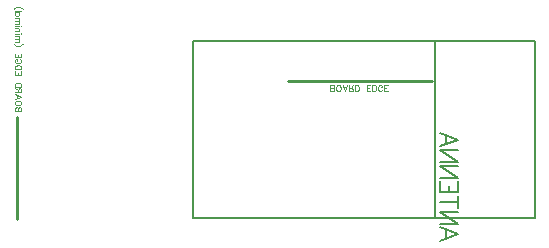
<source format=gbr>
G04 DipTrace 3.3.1.3*
G04 BottomAssy.gbr*
%MOIN*%
G04 #@! TF.FileFunction,Drawing,Bot*
G04 #@! TF.Part,Single*
%ADD10C,0.009843*%
%ADD27C,0.005*%
%ADD87C,0.006*%
%ADD88C,0.003088*%
%FSLAX26Y26*%
G04*
G70*
G90*
G75*
G01*
G04 BotAssy*
%LPD*%
X994437Y713037D2*
D27*
X1801717D1*
X2136437D1*
Y1303058D1*
X1801717D1*
X994437D1*
Y713037D1*
X1801717D2*
Y1303058D1*
X407437Y711041D2*
D10*
Y1049607D1*
X1312654Y1170767D2*
X1791394D1*
X1818410Y683032D2*
D87*
X1878698Y660018D1*
X1818410Y637070D1*
X1838506Y645692D2*
Y674410D1*
X1878698Y735224D2*
X1818410D1*
X1878698Y695032D1*
X1818410D1*
X1878698Y767320D2*
X1818410D1*
X1878698Y747224D2*
Y787416D1*
Y836690D2*
Y799416D1*
X1818410D1*
Y836690D1*
X1849980Y799416D2*
Y822364D1*
X1878698Y888882D2*
X1818410D1*
X1878698Y848690D1*
X1818410D1*
X1878698Y941074D2*
X1818410D1*
X1878698Y900882D1*
X1818410D1*
Y999036D2*
X1878698Y976022D1*
X1818410Y953074D1*
X1838506Y961696D2*
Y990414D1*
X422282Y1070180D2*
D88*
X402186D1*
Y1078802D1*
X403158Y1081676D1*
X404109Y1082626D1*
X406010Y1083577D1*
X408884D1*
X410808Y1082626D1*
X411758Y1081676D1*
X412709Y1078802D1*
X413682Y1081676D1*
X414632Y1082626D1*
X416534Y1083577D1*
X418457D1*
X420358Y1082626D1*
X421331Y1081676D1*
X422282Y1078802D1*
Y1070180D1*
X412709D2*
Y1078802D1*
X422282Y1095501D2*
X421331Y1093577D1*
X419408Y1091676D1*
X417506Y1090703D1*
X414632Y1089753D1*
X409835D1*
X406983Y1090703D1*
X405060Y1091676D1*
X403158Y1093577D1*
X402186Y1095501D1*
Y1099325D1*
X403158Y1101227D1*
X405060Y1103150D1*
X406983Y1104101D1*
X409835Y1105051D1*
X414632D1*
X417506Y1104101D1*
X419408Y1103150D1*
X421331Y1101227D1*
X422282Y1099325D1*
Y1095501D1*
X402186Y1126548D2*
X422282Y1118876D1*
X402186Y1111227D1*
X408884Y1114101D2*
Y1123674D1*
X412709Y1132723D2*
Y1141323D1*
X413682Y1144197D1*
X414632Y1145170D1*
X416534Y1146121D1*
X418457D1*
X420358Y1145170D1*
X421331Y1144197D1*
X422282Y1141323D1*
Y1132723D1*
X402186D1*
X412709Y1139422D2*
X402186Y1146121D1*
X422282Y1152297D2*
X402186D1*
Y1158995D1*
X403158Y1161869D1*
X405060Y1163793D1*
X406983Y1164743D1*
X409835Y1165694D1*
X414632D1*
X417506Y1164743D1*
X419408Y1163793D1*
X421331Y1161869D1*
X422282Y1158995D1*
Y1152297D1*
Y1203735D2*
Y1191310D1*
X402186D1*
Y1203735D1*
X412709Y1191310D2*
Y1198959D1*
X422282Y1209910D2*
X402186D1*
Y1216609D1*
X403158Y1219483D1*
X405060Y1221406D1*
X406983Y1222357D1*
X409835Y1223308D1*
X414632D1*
X417506Y1222357D1*
X419408Y1221406D1*
X421331Y1219483D1*
X422282Y1216609D1*
Y1209910D1*
X417506Y1243831D2*
X419408Y1242881D1*
X421331Y1240957D1*
X422282Y1239056D1*
Y1235231D1*
X421331Y1233308D1*
X419408Y1231407D1*
X417506Y1230434D1*
X414632Y1229483D1*
X409835D1*
X406983Y1230434D1*
X405060Y1231407D1*
X403158Y1233308D1*
X402186Y1235231D1*
Y1239056D1*
X403158Y1240957D1*
X405060Y1242881D1*
X406983Y1243831D1*
X409835D1*
Y1239056D1*
X422282Y1262432D2*
Y1250007D1*
X402186D1*
Y1262432D1*
X412709Y1250007D2*
Y1257656D1*
X427521Y1294746D2*
X425620Y1292823D1*
X422746Y1290922D1*
X418921Y1288998D1*
X414124Y1288048D1*
X410299D1*
X405524Y1288998D1*
X401699Y1290922D1*
X398825Y1292823D1*
X396924Y1294746D1*
X415583Y1300922D2*
X402186D1*
X411758D2*
X414632Y1303796D1*
X415583Y1305719D1*
Y1308571D1*
X414632Y1310495D1*
X411758Y1311445D1*
X402186D1*
X411758D2*
X414632Y1314319D1*
X415583Y1316243D1*
Y1319095D1*
X414632Y1321018D1*
X411758Y1321991D1*
X402186D1*
X422282Y1328166D2*
X421331Y1329117D1*
X422282Y1330090D1*
X423254Y1329117D1*
X422282Y1328166D1*
X415583Y1329117D2*
X402186D1*
X415583Y1336265D2*
X402186D1*
X411758D2*
X414632Y1339140D1*
X415583Y1341063D1*
Y1343915D1*
X414632Y1345838D1*
X411758Y1346789D1*
X402186D1*
X422282Y1352964D2*
X421331Y1353915D1*
X422282Y1354888D1*
X423254Y1353915D1*
X422282Y1352964D1*
X415583Y1353915D2*
X402186D1*
X415583Y1361064D2*
X402186D1*
X411758D2*
X414632Y1363938D1*
X415583Y1365861D1*
Y1368713D1*
X414632Y1370636D1*
X411758Y1371587D1*
X402186D1*
X411758D2*
X414632Y1374461D1*
X415583Y1376384D1*
Y1379236D1*
X414632Y1381160D1*
X411758Y1382132D1*
X402186D1*
X415583Y1399782D2*
X402186D1*
X412709D2*
X414632Y1397881D1*
X415583Y1395957D1*
Y1393105D1*
X414632Y1391182D1*
X412709Y1389281D1*
X409835Y1388308D1*
X407934D1*
X405060Y1389281D1*
X403158Y1391182D1*
X402186Y1393105D1*
Y1395957D1*
X403158Y1397881D1*
X405060Y1399782D1*
X422282Y1405958D2*
X402186D1*
X427521Y1412133D2*
X425620Y1414057D1*
X422746Y1415958D1*
X418921Y1417881D1*
X414124Y1418832D1*
X410299D1*
X405524Y1417881D1*
X401699Y1415958D1*
X398825Y1414057D1*
X396924Y1412133D1*
X1452588Y1137395D2*
Y1157491D1*
X1461210D1*
X1464084Y1156518D1*
X1465034Y1155568D1*
X1465985Y1153666D1*
Y1150792D1*
X1465034Y1148869D1*
X1464084Y1147918D1*
X1461210Y1146968D1*
X1464084Y1145995D1*
X1465034Y1145044D1*
X1465985Y1143143D1*
Y1141220D1*
X1465034Y1139318D1*
X1464084Y1138346D1*
X1461210Y1137395D1*
X1452588D1*
Y1146968D2*
X1461210D1*
X1477909Y1137395D2*
X1475985Y1138346D1*
X1474084Y1140269D1*
X1473111Y1142170D1*
X1472161Y1145044D1*
Y1149842D1*
X1473111Y1152694D1*
X1474084Y1154617D1*
X1475985Y1156518D1*
X1477909Y1157491D1*
X1481733D1*
X1483635Y1156518D1*
X1485558Y1154617D1*
X1486509Y1152694D1*
X1487459Y1149842D1*
Y1145044D1*
X1486509Y1142170D1*
X1485558Y1140269D1*
X1483635Y1138346D1*
X1481733Y1137395D1*
X1477909D1*
X1508956Y1157491D2*
X1501284Y1137395D1*
X1493635Y1157491D1*
X1496509Y1150792D2*
X1506082D1*
X1515131Y1146968D2*
X1523731D1*
X1526605Y1145995D1*
X1527578Y1145044D1*
X1528529Y1143143D1*
Y1141220D1*
X1527578Y1139318D1*
X1526605Y1138346D1*
X1523731Y1137395D1*
X1515131D1*
Y1157491D1*
X1521830Y1146968D2*
X1528529Y1157491D1*
X1534704Y1137395D2*
Y1157491D1*
X1541403D1*
X1544277Y1156518D1*
X1546200Y1154617D1*
X1547151Y1152694D1*
X1548102Y1149842D1*
Y1145044D1*
X1547151Y1142170D1*
X1546200Y1140269D1*
X1544277Y1138346D1*
X1541403Y1137395D1*
X1534704D1*
X1586142D2*
X1573718D1*
Y1157491D1*
X1586142D1*
X1573718Y1146968D2*
X1581367D1*
X1592318Y1137395D2*
Y1157491D1*
X1599017D1*
X1601891Y1156518D1*
X1603814Y1154617D1*
X1604765Y1152694D1*
X1605715Y1149842D1*
Y1145044D1*
X1604765Y1142170D1*
X1603814Y1140269D1*
X1601891Y1138346D1*
X1599017Y1137395D1*
X1592318D1*
X1626239Y1142170D2*
X1625288Y1140269D1*
X1623365Y1138346D1*
X1621464Y1137395D1*
X1617639D1*
X1615716Y1138346D1*
X1613814Y1140269D1*
X1612842Y1142170D1*
X1611891Y1145044D1*
Y1149842D1*
X1612842Y1152694D1*
X1613814Y1154617D1*
X1615716Y1156518D1*
X1617639Y1157491D1*
X1621464D1*
X1623365Y1156518D1*
X1625288Y1154617D1*
X1626239Y1152694D1*
Y1149842D1*
X1621464D1*
X1644839Y1137395D2*
X1632415D1*
Y1157491D1*
X1644839D1*
X1632415Y1146968D2*
X1640064D1*
M02*

</source>
